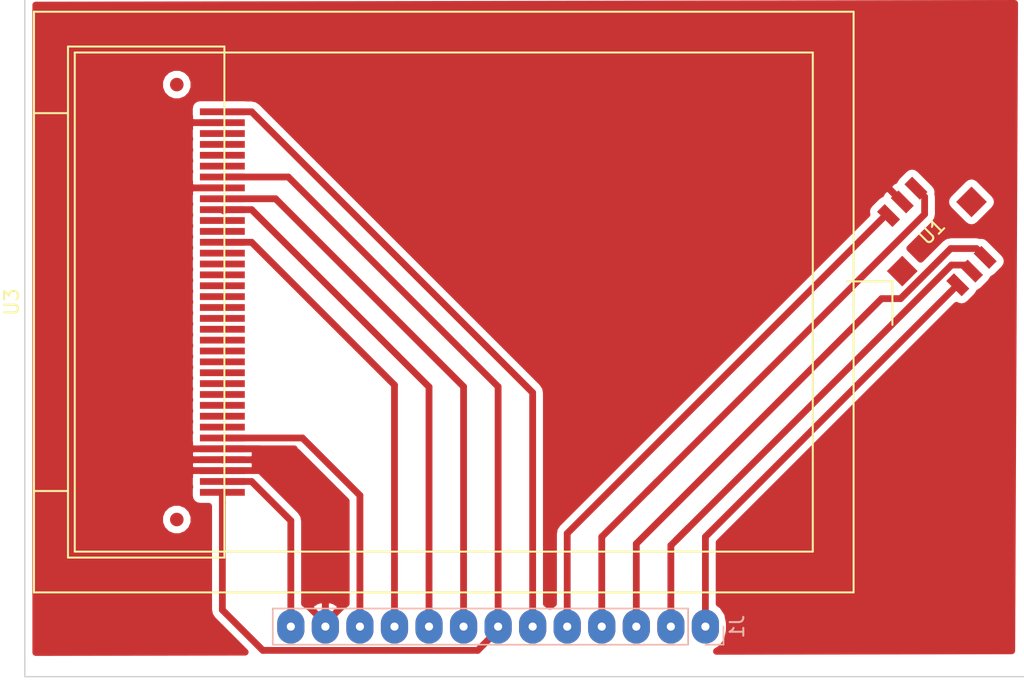
<source format=kicad_pcb>
(kicad_pcb (version 20170123) (host pcbnew "(2017-07-19 revision 242c47ffd)-makepkg")

  (general
    (thickness 1.6)
    (drawings 6)
    (tracks 75)
    (zones 0)
    (modules 3)
    (nets 33)
  )

  (page A4)
  (layers
    (0 F.Cu signal)
    (31 B.Cu signal)
    (32 B.Adhes user)
    (33 F.Adhes user)
    (34 B.Paste user)
    (35 F.Paste user)
    (36 B.SilkS user)
    (37 F.SilkS user)
    (38 B.Mask user)
    (39 F.Mask user)
    (40 Dwgs.User user)
    (41 Cmts.User user)
    (42 Eco1.User user)
    (43 Eco2.User user)
    (44 Edge.Cuts user hide)
    (45 Margin user)
    (46 B.CrtYd user)
    (47 F.CrtYd user)
    (48 B.Fab user)
    (49 F.Fab user)
  )

  (setup
    (last_trace_width 0.5)
    (user_trace_width 0.3)
    (user_trace_width 0.4)
    (user_trace_width 0.5)
    (user_trace_width 1)
    (trace_clearance 0.2)
    (zone_clearance 0.508)
    (zone_45_only no)
    (trace_min 0.2)
    (segment_width 0.2)
    (edge_width 0.1)
    (via_size 0.8)
    (via_drill 0.4)
    (via_min_size 0.4)
    (via_min_drill 0.3)
    (uvia_size 0.3)
    (uvia_drill 0.1)
    (uvias_allowed no)
    (uvia_min_size 0.2)
    (uvia_min_drill 0.1)
    (pcb_text_width 0.3)
    (pcb_text_size 1.5 1.5)
    (mod_edge_width 0.15)
    (mod_text_size 1 1)
    (mod_text_width 0.15)
    (pad_size 2.5 2)
    (pad_drill 0.6)
    (pad_to_mask_clearance 0)
    (aux_axis_origin 0 0)
    (visible_elements 7FFFFFFF)
    (pcbplotparams
      (layerselection 0x00000_7fffffff)
      (usegerberextensions false)
      (excludeedgelayer false)
      (linewidth 0.100000)
      (plotframeref false)
      (viasonmask false)
      (mode 1)
      (useauxorigin false)
      (hpglpennumber 1)
      (hpglpenspeed 20)
      (hpglpendiameter 15)
      (psnegative false)
      (psa4output false)
      (plotreference false)
      (plotvalue false)
      (plotinvisibletext false)
      (padsonsilk false)
      (subtractmaskfromsilk false)
      (outputformat 4)
      (mirror false)
      (drillshape 2)
      (scaleselection 1)
      (outputdirectory ../../../kicad/pdf/))
  )

  (net 0 "")
  (net 1 +3V3)
  (net 2 /RESET)
  (net 3 GND)
  (net 4 /TE)
  (net 5 "Net-(U3-Pad7)")
  (net 6 "Net-(U3-Pad8)")
  (net 7 "Net-(U3-Pad9)")
  (net 8 "Net-(U3-Pad10)")
  (net 9 "Net-(U3-Pad11)")
  (net 10 "Net-(U3-Pad12)")
  (net 11 "Net-(U3-Pad13)")
  (net 12 "Net-(U3-Pad14)")
  (net 13 "Net-(U3-Pad15)")
  (net 14 "Net-(U3-Pad16)")
  (net 15 "Net-(U3-Pad17)")
  (net 16 "Net-(U3-Pad18)")
  (net 17 "Net-(U3-Pad19)")
  (net 18 "Net-(U3-Pad20)")
  (net 19 "Net-(U3-Pad21)")
  (net 20 "Net-(U3-Pad22)")
  (net 21 "Net-(U3-Pad23)")
  (net 22 /SDA)
  (net 23 "Net-(U3-Pad25)")
  (net 24 "Net-(U3-Pad26)")
  (net 25 /SCL)
  (net 26 /CS)
  (net 27 /LED)
  (net 28 "Net-(J1-Pad1)")
  (net 29 "Net-(J1-Pad2)")
  (net 30 "Net-(J1-Pad3)")
  (net 31 "Net-(J1-Pad4)")
  (net 32 "Net-(J1-Pad5)")

  (net_class Default "This is the default net class."
    (clearance 0.2)
    (trace_width 0.25)
    (via_dia 0.8)
    (via_drill 0.4)
    (uvia_dia 0.3)
    (uvia_drill 0.1)
    (add_net +3V3)
    (add_net /CS)
    (add_net /LED)
    (add_net /RESET)
    (add_net /SCL)
    (add_net /SDA)
    (add_net /TE)
    (add_net GND)
    (add_net "Net-(J1-Pad1)")
    (add_net "Net-(J1-Pad2)")
    (add_net "Net-(J1-Pad3)")
    (add_net "Net-(J1-Pad4)")
    (add_net "Net-(J1-Pad5)")
    (add_net "Net-(U3-Pad10)")
    (add_net "Net-(U3-Pad11)")
    (add_net "Net-(U3-Pad12)")
    (add_net "Net-(U3-Pad13)")
    (add_net "Net-(U3-Pad14)")
    (add_net "Net-(U3-Pad15)")
    (add_net "Net-(U3-Pad16)")
    (add_net "Net-(U3-Pad17)")
    (add_net "Net-(U3-Pad18)")
    (add_net "Net-(U3-Pad19)")
    (add_net "Net-(U3-Pad20)")
    (add_net "Net-(U3-Pad21)")
    (add_net "Net-(U3-Pad22)")
    (add_net "Net-(U3-Pad23)")
    (add_net "Net-(U3-Pad25)")
    (add_net "Net-(U3-Pad26)")
    (add_net "Net-(U3-Pad7)")
    (add_net "Net-(U3-Pad8)")
    (add_net "Net-(U3-Pad9)")
  )

  (module Pin_Headers:Pin_Header_Straight_1x13_Pitch2.54mm (layer B.Cu) (tedit 59650532) (tstamp 597454D8)
    (at 192.278 110.617 90)
    (descr "Through hole straight pin header, 1x13, 2.54mm pitch, single row")
    (tags "Through hole pin header THT 1x13 2.54mm single row")
    (path /5973E477)
    (fp_text reference J1 (at 0 2.33 90) (layer B.SilkS)
      (effects (font (size 1 1) (thickness 0.15)) (justify mirror))
    )
    (fp_text value CONN_01X13 (at 0 -32.81 90) (layer B.Fab)
      (effects (font (size 1 1) (thickness 0.15)) (justify mirror))
    )
    (fp_text user %R (at 0 -15.24) (layer B.Fab)
      (effects (font (size 1 1) (thickness 0.15)) (justify mirror))
    )
    (fp_line (start 1.8 1.8) (end -1.8 1.8) (layer B.CrtYd) (width 0.05))
    (fp_line (start 1.8 -32.25) (end 1.8 1.8) (layer B.CrtYd) (width 0.05))
    (fp_line (start -1.8 -32.25) (end 1.8 -32.25) (layer B.CrtYd) (width 0.05))
    (fp_line (start -1.8 1.8) (end -1.8 -32.25) (layer B.CrtYd) (width 0.05))
    (fp_line (start -1.33 1.33) (end 0 1.33) (layer B.SilkS) (width 0.12))
    (fp_line (start -1.33 0) (end -1.33 1.33) (layer B.SilkS) (width 0.12))
    (fp_line (start -1.33 -1.27) (end 1.33 -1.27) (layer B.SilkS) (width 0.12))
    (fp_line (start 1.33 -1.27) (end 1.33 -31.81) (layer B.SilkS) (width 0.12))
    (fp_line (start -1.33 -1.27) (end -1.33 -31.81) (layer B.SilkS) (width 0.12))
    (fp_line (start -1.33 -31.81) (end 1.33 -31.81) (layer B.SilkS) (width 0.12))
    (fp_line (start -1.27 0.635) (end -0.635 1.27) (layer B.Fab) (width 0.1))
    (fp_line (start -1.27 -31.75) (end -1.27 0.635) (layer B.Fab) (width 0.1))
    (fp_line (start 1.27 -31.75) (end -1.27 -31.75) (layer B.Fab) (width 0.1))
    (fp_line (start 1.27 1.27) (end 1.27 -31.75) (layer B.Fab) (width 0.1))
    (fp_line (start -0.635 1.27) (end 1.27 1.27) (layer B.Fab) (width 0.1))
    (pad 13 thru_hole oval (at 0 -30.48 90) (size 2.5 2) (drill 0.6) (layers *.Cu *.Mask)
      (net 2 /RESET))
    (pad 12 thru_hole oval (at 0 -27.94 90) (size 2.5 2) (drill 0.6) (layers *.Cu *.Mask)
      (net 3 GND))
    (pad 11 thru_hole oval (at 0 -25.4 90) (size 2.5 2) (drill 0.6) (layers *.Cu *.Mask)
      (net 4 /TE))
    (pad 10 thru_hole oval (at 0 -22.86 90) (size 2.5 2) (drill 0.6) (layers *.Cu *.Mask)
      (net 22 /SDA))
    (pad 9 thru_hole oval (at 0 -20.32 90) (size 2.5 2) (drill 0.6) (layers *.Cu *.Mask)
      (net 25 /SCL))
    (pad 8 thru_hole oval (at 0 -17.78 90) (size 2.5 2) (drill 0.6) (layers *.Cu *.Mask)
      (net 26 /CS))
    (pad 7 thru_hole oval (at 0 -15.24 90) (size 2.5 2) (drill 0.6) (layers *.Cu *.Mask)
      (net 1 +3V3))
    (pad 6 thru_hole oval (at 0 -12.7 90) (size 2.5 2) (drill 0.6) (layers *.Cu *.Mask)
      (net 27 /LED))
    (pad 5 thru_hole oval (at 0 -10.16 90) (size 2.5 2) (drill 0.6) (layers *.Cu *.Mask)
      (net 32 "Net-(J1-Pad5)"))
    (pad 4 thru_hole oval (at 0 -7.62 90) (size 2.5 2) (drill 0.6) (layers *.Cu *.Mask)
      (net 31 "Net-(J1-Pad4)"))
    (pad 3 thru_hole oval (at 0 -5.08 90) (size 2.5 2) (drill 0.6) (layers *.Cu *.Mask)
      (net 30 "Net-(J1-Pad3)"))
    (pad 2 thru_hole oval (at 0 -2.54 90) (size 2.5 2) (drill 0.6) (layers *.Cu *.Mask)
      (net 29 "Net-(J1-Pad2)"))
    (pad 1 thru_hole oval (at 0 0 90) (size 2.5 2) (drill 0.6) (layers *.Cu *.Mask)
      (net 28 "Net-(J1-Pad1)"))
    (model ${KISYS3DMOD}/Pin_Headers.3dshapes/Pin_Header_Straight_1x13_Pitch2.54mm.wrl
      (at (xyz 0 0 0))
      (scale (xyz 1 1 1))
      (rotate (xyz 0 0 0))
    )
  )

  (module knielsenlib:ET024002DMU (layer F.Cu) (tedit 593C55D5) (tstamp 59740926)
    (at 156.764138 86.740233 270)
    (descr "240x320 display module")
    (tags display)
    (path /596E3337)
    (fp_text reference U3 (at 0 15.5 270) (layer F.SilkS)
      (effects (font (size 1 1) (thickness 0.15)))
    )
    (fp_text value ET024002DMU (at 0 -47.5 270) (layer F.Fab)
      (effects (font (size 1 1) (thickness 0.15)))
    )
    (fp_line (start -18.8 -0.15) (end 18.8 -0.15) (layer F.SilkS) (width 0.15))
    (fp_line (start 18.8 -0.15) (end 18.8 11.35) (layer F.SilkS) (width 0.15))
    (fp_line (start 21.36 13.85) (end -21.36 13.85) (layer F.SilkS) (width 0.15))
    (fp_line (start -18.8 -0.15) (end -18.8 11.35) (layer F.SilkS) (width 0.15))
    (fp_line (start -18.8 11.35) (end 18.8 11.35) (layer F.SilkS) (width 0.15))
    (fp_line (start -21.36 -46.41) (end 21.36 -46.41) (layer F.SilkS) (width 0.15))
    (fp_line (start 21.36 -46.41) (end 21.36 13.85) (layer F.SilkS) (width 0.15))
    (fp_line (start -21.36 13.85) (end -21.36 -46.41) (layer F.SilkS) (width 0.15))
    (fp_line (start -13.9 11.35) (end -13.9 13.85) (layer F.SilkS) (width 0.15))
    (fp_line (start 13.9 11.35) (end 13.9 13.85) (layer F.SilkS) (width 0.15))
    (fp_line (start -18.36 -43.41) (end 18.36 -43.41) (layer F.SilkS) (width 0.15))
    (fp_line (start 18.36 -43.41) (end 18.36 10.85) (layer F.SilkS) (width 0.15))
    (fp_line (start 18.36 10.85) (end -18.36 10.85) (layer F.SilkS) (width 0.15))
    (fp_line (start -18.36 10.85) (end -18.36 -43.41) (layer F.SilkS) (width 0.15))
    (pad "" smd circle (at 16 3.35 270) (size 1 1) (layers F.Cu F.Paste F.Mask))
    (pad "" smd circle (at -16 3.35 270) (size 1 1) (layers F.Cu F.Paste F.Mask))
    (pad 36 smd rect (at -14 0 90) (size 0.5 3.3) (layers F.Cu F.Paste F.Mask)
      (net 27 /LED))
    (pad 35 smd rect (at -13.2 0 90) (size 0.5 3.3) (layers F.Cu F.Paste F.Mask)
      (net 3 GND))
    (pad 34 smd rect (at -12.4 0 90) (size 0.5 3.3) (layers F.Cu F.Paste F.Mask))
    (pad 33 smd rect (at -11.6 0 90) (size 0.5 3.3) (layers F.Cu F.Paste F.Mask))
    (pad 32 smd rect (at -10.8 0 90) (size 0.5 3.3) (layers F.Cu F.Paste F.Mask))
    (pad 31 smd rect (at -10 0 90) (size 0.5 3.3) (layers F.Cu F.Paste F.Mask))
    (pad 30 smd rect (at -9.2 0 90) (size 0.5 3.3) (layers F.Cu F.Paste F.Mask)
      (net 1 +3V3))
    (pad 29 smd rect (at -8.4 0 90) (size 0.5 3.3) (layers F.Cu F.Paste F.Mask)
      (net 3 GND))
    (pad 28 smd rect (at -7.6 0 90) (size 0.5 3.3) (layers F.Cu F.Paste F.Mask)
      (net 26 /CS))
    (pad 27 smd rect (at -6.8 0 90) (size 0.5 3.3) (layers F.Cu F.Paste F.Mask)
      (net 25 /SCL))
    (pad 26 smd rect (at -6 0 90) (size 0.5 3.3) (layers F.Cu F.Paste F.Mask)
      (net 24 "Net-(U3-Pad26)"))
    (pad 25 smd rect (at -5.2 0 90) (size 0.5 3.3) (layers F.Cu F.Paste F.Mask)
      (net 23 "Net-(U3-Pad25)"))
    (pad 24 smd rect (at -4.4 0 90) (size 0.5 3.3) (layers F.Cu F.Paste F.Mask)
      (net 22 /SDA))
    (pad 23 smd rect (at -3.6 0 90) (size 0.5 3.3) (layers F.Cu F.Paste F.Mask)
      (net 21 "Net-(U3-Pad23)"))
    (pad 22 smd rect (at -2.8 0 90) (size 0.5 3.3) (layers F.Cu F.Paste F.Mask)
      (net 20 "Net-(U3-Pad22)"))
    (pad 21 smd rect (at -2 0 90) (size 0.5 3.3) (layers F.Cu F.Paste F.Mask)
      (net 19 "Net-(U3-Pad21)"))
    (pad 20 smd rect (at -1.2 0 90) (size 0.5 3.3) (layers F.Cu F.Paste F.Mask)
      (net 18 "Net-(U3-Pad20)"))
    (pad 19 smd rect (at -0.4 0 90) (size 0.5 3.3) (layers F.Cu F.Paste F.Mask)
      (net 17 "Net-(U3-Pad19)"))
    (pad 18 smd rect (at 0.4 0 90) (size 0.5 3.3) (layers F.Cu F.Paste F.Mask)
      (net 16 "Net-(U3-Pad18)"))
    (pad 17 smd rect (at 1.2 0 90) (size 0.5 3.3) (layers F.Cu F.Paste F.Mask)
      (net 15 "Net-(U3-Pad17)"))
    (pad 16 smd rect (at 2 0 90) (size 0.5 3.3) (layers F.Cu F.Paste F.Mask)
      (net 14 "Net-(U3-Pad16)"))
    (pad 15 smd rect (at 2.8 0 90) (size 0.5 3.3) (layers F.Cu F.Paste F.Mask)
      (net 13 "Net-(U3-Pad15)"))
    (pad 14 smd rect (at 3.6 0 90) (size 0.5 3.3) (layers F.Cu F.Paste F.Mask)
      (net 12 "Net-(U3-Pad14)"))
    (pad 13 smd rect (at 4.4 0 90) (size 0.5 3.3) (layers F.Cu F.Paste F.Mask)
      (net 11 "Net-(U3-Pad13)"))
    (pad 12 smd rect (at 5.2 0 90) (size 0.5 3.3) (layers F.Cu F.Paste F.Mask)
      (net 10 "Net-(U3-Pad12)"))
    (pad 11 smd rect (at 6 0 90) (size 0.5 3.3) (layers F.Cu F.Paste F.Mask)
      (net 9 "Net-(U3-Pad11)"))
    (pad 10 smd rect (at 6.8 0 90) (size 0.5 3.3) (layers F.Cu F.Paste F.Mask)
      (net 8 "Net-(U3-Pad10)"))
    (pad 9 smd rect (at 7.6 0 90) (size 0.5 3.3) (layers F.Cu F.Paste F.Mask)
      (net 7 "Net-(U3-Pad9)"))
    (pad 8 smd rect (at 8.4 0 90) (size 0.5 3.3) (layers F.Cu F.Paste F.Mask)
      (net 6 "Net-(U3-Pad8)"))
    (pad 7 smd rect (at 9.2 0 90) (size 0.5 3.3) (layers F.Cu F.Paste F.Mask)
      (net 5 "Net-(U3-Pad7)"))
    (pad 6 smd rect (at 10 0 90) (size 0.5 3.3) (layers F.Cu F.Paste F.Mask)
      (net 4 /TE))
    (pad 5 smd rect (at 10.8 0 90) (size 0.5 3.3) (layers F.Cu F.Paste F.Mask)
      (net 3 GND))
    (pad 4 smd rect (at 11.6 0 90) (size 0.5 3.3) (layers F.Cu F.Paste F.Mask)
      (net 3 GND))
    (pad 3 smd rect (at 12.4 0 90) (size 0.5 3.3) (layers F.Cu F.Paste F.Mask)
      (net 3 GND))
    (pad 2 smd rect (at 13.2 0 90) (size 0.5 3.3) (layers F.Cu F.Paste F.Mask)
      (net 2 /RESET))
    (pad 1 smd rect (at 14 0 90) (size 0.5 3.3) (layers F.Cu F.Paste F.Mask)
      (net 1 +3V3))
  )

  (module paccerlib:5-way-button-smd (layer F.Cu) (tedit 59739F09) (tstamp 5973EC4A)
    (at 209.296 81.915 225)
    (path /5973DD7B)
    (fp_text reference U1 (at 0 0.5 225) (layer F.SilkS)
      (effects (font (size 1 1) (thickness 0.15)))
    )
    (fp_text value 5-way-button-smd (at 0 -0.5 225) (layer F.Fab)
      (effects (font (size 1 1) (thickness 0.15)))
    )
    (fp_line (start 4.6482 -0.0254) (end 6.9088 -2.286) (layer F.SilkS) (width 0.15))
    (fp_line (start 7.0104 2.336801) (end 4.6482 -0.0254) (layer F.SilkS) (width 0.15))
    (pad 7 smd rect (at 3.599999 0 225) (size 1.6 1.6) (layers F.Cu F.Paste F.Mask))
    (pad 7 smd rect (at -3.599999 0 225) (size 1.6 1.6) (layers F.Cu F.Paste F.Mask))
    (pad 6 smd rect (at 1.425 3.6 225) (size 0.8 1.6) (layers F.Cu F.Paste F.Mask)
      (net 32 "Net-(J1-Pad5)"))
    (pad 5 smd rect (at 0 3.599999 225) (size 0.8 1.6) (layers F.Cu F.Paste F.Mask)
      (net 3 GND))
    (pad 4 smd rect (at -1.425 3.6 225) (size 0.8 1.6) (layers F.Cu F.Paste F.Mask)
      (net 31 "Net-(J1-Pad4)"))
    (pad 3 smd rect (at -1.425 -3.6 225) (size 0.8 1.6) (layers F.Cu F.Paste F.Mask)
      (net 30 "Net-(J1-Pad3)"))
    (pad 2 smd rect (at 0 -3.599999 225) (size 0.8 1.6) (layers F.Cu F.Paste F.Mask)
      (net 29 "Net-(J1-Pad2)"))
    (pad 1 smd rect (at 1.425 -3.6 225) (size 0.8 1.6) (layers F.Cu F.Paste F.Mask)
      (net 28 "Net-(J1-Pad1)"))
  )

  (gr_line (start 228.6 55.88) (end 228.6 55.88) (layer Edge.Cuts) (width 0.1) (tstamp 59750BF8))
  (gr_line (start 228.6 55.88) (end 228.6 55.88) (layer Edge.Cuts) (width 0.1) (tstamp 59750BF6))
  (gr_line (start 142.24 63.5) (end 215.9 63.5) (layer Edge.Cuts) (width 0.1))
  (gr_line (start 142.24 114.3) (end 142.24 63.5) (layer Edge.Cuts) (width 0.1))
  (gr_line (start 215.9 114.3) (end 142.24 114.3) (layer Edge.Cuts) (width 0.1))
  (gr_line (start 215.9 63.5) (end 215.9 114.3) (layer Edge.Cuts) (width 0.1))

  (segment (start 177.038 111.506) (end 177.038 92.964) (width 0.5) (layer F.Cu) (net 1))
  (segment (start 177.038 110.617) (end 177.038 110.867) (width 0.5) (layer F.Cu) (net 1))
  (segment (start 177.038 110.867) (end 175.538 112.367) (width 0.5) (layer F.Cu) (net 1))
  (segment (start 175.538 112.367) (end 159.738 112.367) (width 0.5) (layer F.Cu) (net 1))
  (segment (start 159.738 112.367) (end 156.764138 109.393138) (width 0.5) (layer F.Cu) (net 1))
  (segment (start 156.764138 109.393138) (end 156.764138 101.490233) (width 0.5) (layer F.Cu) (net 1))
  (segment (start 156.764138 101.490233) (end 156.764138 100.740233) (width 0.5) (layer F.Cu) (net 1))
  (segment (start 177.038 92.964) (end 161.614233 77.540233) (width 0.5) (layer F.Cu) (net 1))
  (segment (start 161.614233 77.540233) (end 156.764138 77.540233) (width 0.5) (layer F.Cu) (net 1))
  (segment (start 156.764138 99.940233) (end 158.914138 99.940233) (width 0.5) (layer F.Cu) (net 2))
  (segment (start 158.914138 99.940233) (end 161.798 102.824095) (width 0.5) (layer F.Cu) (net 2))
  (segment (start 161.798 102.824095) (end 161.798 110.303919) (width 0.5) (layer F.Cu) (net 2))
  (segment (start 161.798 109.414919) (end 161.798 110.617) (width 0.5) (layer F.Cu) (net 2))
  (segment (start 206.750416 79.369416) (end 205.359 77.978) (width 0.5) (layer F.Cu) (net 3))
  (segment (start 164.338 110.617) (end 164.338 110.367) (width 0.5) (layer F.Cu) (net 3))
  (segment (start 164.338 110.367) (end 162.814 108.843) (width 0.5) (layer F.Cu) (net 3))
  (segment (start 164.338 110.363) (end 165.862 108.839) (width 0.5) (layer F.Cu) (net 3))
  (segment (start 164.338 110.617) (end 164.338 110.363) (width 0.5) (layer F.Cu) (net 3))
  (segment (start 156.764138 97.540233) (end 162.056233 97.540233) (width 0.5) (layer F.Cu) (net 3))
  (segment (start 156.764138 78.340233) (end 154.196767 78.340233) (width 0.5) (layer F.Cu) (net 3))
  (segment (start 156.764138 97.540233) (end 159.516233 97.540233) (width 0.5) (layer F.Cu) (net 3))
  (segment (start 156.764138 73.540233) (end 153.804233 73.540233) (width 0.5) (layer F.Cu) (net 3))
  (segment (start 156.764138 97.540233) (end 153.547233 97.540233) (width 0.5) (layer F.Cu) (net 3))
  (segment (start 156.764138 98.340233) (end 153.881767 98.340233) (width 0.5) (layer F.Cu) (net 3))
  (segment (start 156.764138 99.140233) (end 153.970767 99.140233) (width 0.5) (layer F.Cu) (net 3))
  (segment (start 159.338233 99.140233) (end 156.764138 99.140233) (width 0.5) (layer F.Cu) (net 3))
  (segment (start 158.914138 98.340233) (end 156.764138 98.340233) (width 0.5) (layer F.Cu) (net 3))
  (segment (start 156.764138 96.740233) (end 162.653233 96.740233) (width 0.5) (layer F.Cu) (net 4))
  (segment (start 162.653233 96.740233) (end 166.878 100.965) (width 0.5) (layer F.Cu) (net 4))
  (segment (start 166.878 100.965) (end 166.878 110.303919) (width 0.5) (layer F.Cu) (net 4))
  (segment (start 166.878 109.414919) (end 166.878 110.617) (width 0.5) (layer F.Cu) (net 4))
  (segment (start 156.764138 82.340233) (end 158.914138 82.340233) (width 0.5) (layer F.Cu) (net 22))
  (segment (start 158.914138 82.340233) (end 169.418 92.844095) (width 0.5) (layer F.Cu) (net 22))
  (segment (start 169.418 92.844095) (end 169.418 110.303919) (width 0.5) (layer F.Cu) (net 22))
  (segment (start 169.418 109.414919) (end 169.418 110.617) (width 0.5) (layer F.Cu) (net 22))
  (segment (start 156.764138 79.940233) (end 158.914138 79.940233) (width 0.5) (layer F.Cu) (net 25))
  (segment (start 158.914138 79.940233) (end 171.958 92.984095) (width 0.5) (layer F.Cu) (net 25))
  (segment (start 171.958 92.984095) (end 171.958 110.303919) (width 0.5) (layer F.Cu) (net 25))
  (segment (start 171.958 109.414919) (end 171.958 110.617) (width 0.5) (layer F.Cu) (net 25))
  (segment (start 156.864137 80.040232) (end 156.764138 79.940233) (width 0.5) (layer F.Cu) (net 25))
  (segment (start 156.764138 79.140233) (end 160.674233 79.140233) (width 0.5) (layer F.Cu) (net 26))
  (segment (start 160.674233 79.140233) (end 174.498 92.964) (width 0.5) (layer F.Cu) (net 26))
  (segment (start 174.498 92.964) (end 174.498 110.303919) (width 0.5) (layer F.Cu) (net 26))
  (segment (start 174.498 109.414919) (end 174.498 110.617) (width 0.5) (layer F.Cu) (net 26))
  (segment (start 156.764138 72.740233) (end 158.914138 72.740233) (width 0.5) (layer F.Cu) (net 27))
  (segment (start 158.914138 72.740233) (end 179.578 93.404095) (width 0.5) (layer F.Cu) (net 27))
  (segment (start 179.578 93.404095) (end 179.578 110.303919) (width 0.5) (layer F.Cu) (net 27))
  (segment (start 179.578 109.414919) (end 179.578 110.617) (width 0.5) (layer F.Cu) (net 27))
  (segment (start 192.278 111.506) (end 192.278 104.013) (width 0.5) (layer F.Cu) (net 28))
  (segment (start 192.278 104.013) (end 210.822788 85.468212) (width 0.5) (layer F.Cu) (net 28))
  (segment (start 210.822788 85.468212) (end 210.833957 85.468212) (width 0.5) (layer F.Cu) (net 28))
  (segment (start 192.278 110.617) (end 192.532 110.617) (width 0.5) (layer F.Cu) (net 28))
  (segment (start 190.119 104.267) (end 191.008 103.378) (width 0.5) (layer F.Cu) (net 29))
  (segment (start 191.008 103.378) (end 210.369 84.017) (width 0.5) (layer F.Cu) (net 29))
  (segment (start 189.738 111.506) (end 189.738 104.648) (width 0.5) (layer F.Cu) (net 29))
  (segment (start 189.738 104.648) (end 191.008 103.378) (width 0.5) (layer F.Cu) (net 29))
  (segment (start 210.369 84.017) (end 211.398 84.017) (width 0.5) (layer F.Cu) (net 29))
  (segment (start 211.398 84.017) (end 211.841584 84.460584) (width 0.5) (layer F.Cu) (net 29))
  (segment (start 187.198 111.506) (end 187.198 104.521) (width 0.5) (layer F.Cu) (net 30))
  (segment (start 187.198 104.521) (end 205.232 86.487) (width 0.5) (layer F.Cu) (net 30))
  (segment (start 205.232 86.487) (end 206.629 86.487) (width 0.5) (layer F.Cu) (net 30))
  (segment (start 206.629 86.487) (end 210.312 82.804) (width 0.5) (layer F.Cu) (net 30))
  (segment (start 210.312 82.804) (end 212.200255 82.804) (width 0.5) (layer F.Cu) (net 30))
  (segment (start 212.200255 82.804) (end 212.849212 83.452957) (width 0.5) (layer F.Cu) (net 30))
  (segment (start 208.394438 80.276562) (end 188.722 99.949) (width 0.5) (layer F.Cu) (net 31))
  (segment (start 184.658 111.506) (end 184.658 104.013) (width 0.5) (layer F.Cu) (net 31))
  (segment (start 188.722 99.949) (end 187.96 100.711) (width 0.5) (layer F.Cu) (net 31))
  (segment (start 184.658 104.013) (end 188.722 99.949) (width 0.5) (layer F.Cu) (net 31))
  (segment (start 207.758043 78.361788) (end 208.394438 78.998183) (width 0.5) (layer F.Cu) (net 31))
  (segment (start 208.394438 78.998183) (end 208.394438 80.276562) (width 0.5) (layer F.Cu) (net 31))
  (segment (start 184.658 109.474) (end 184.658 110.617) (width 0.5) (layer F.Cu) (net 31))
  (segment (start 205.742788 80.377043) (end 205.499957 80.377043) (width 0.5) (layer F.Cu) (net 32))
  (segment (start 205.499957 80.377043) (end 182.118 103.759) (width 0.5) (layer F.Cu) (net 32))
  (segment (start 182.118 103.759) (end 182.118 111.506) (width 0.5) (layer F.Cu) (net 32))
  (segment (start 182.118 109.347) (end 182.118 110.617) (width 0.5) (layer F.Cu) (net 32))

  (zone (net 3) (net_name GND) (layer F.Cu) (tstamp 0) (hatch edge 0.508)
    (connect_pads (clearance 0.508))
    (min_thickness 0.5)
    (fill yes (arc_segments 16) (thermal_gap 0.508) (thermal_bridge_width 0.508))
    (polygon
      (pts
        (xy 142.075353 64.643) (xy 215.265 64.516) (xy 215.048647 112.649) (xy 141.859 112.776)
      )
    )
    (filled_polygon
      (pts
        (xy 214.799767 112.399431) (xy 193.090567 112.437101) (xy 193.521094 112.149433) (xy 193.90218 111.579096) (xy 194.036 110.906339)
        (xy 194.036 110.327661) (xy 193.90218 109.654904) (xy 193.521094 109.084567) (xy 193.286 108.927483) (xy 193.286 104.430528)
        (xy 210.739951 86.976576) (xy 210.821043 87.03076) (xy 211.1168 87.08959) (xy 211.412557 87.03076) (xy 211.663287 86.863227)
        (xy 212.228972 86.297542) (xy 212.396505 86.046812) (xy 212.400434 86.027061) (xy 212.420184 86.023132) (xy 212.670914 85.855599)
        (xy 213.236599 85.289914) (xy 213.404132 85.039184) (xy 213.408061 85.019434) (xy 213.427812 85.015505) (xy 213.678542 84.847972)
        (xy 214.244227 84.282287) (xy 214.41176 84.031557) (xy 214.47059 83.7358) (xy 214.41176 83.440043) (xy 214.244227 83.189313)
        (xy 213.112856 82.057942) (xy 212.862126 81.890409) (xy 212.566369 81.831579) (xy 212.472748 81.850202) (xy 212.200255 81.795999)
        (xy 212.20025 81.796) (xy 210.312005 81.796) (xy 210.312 81.795999) (xy 209.926255 81.872729) (xy 209.599236 82.091236)
        (xy 209.599234 82.091239) (xy 208.102325 83.588148) (xy 207.305352 82.791175) (xy 209.107199 80.989328) (xy 209.107202 80.989326)
        (xy 209.325709 80.662307) (xy 209.327561 80.652997) (xy 209.402439 80.276562) (xy 209.402438 80.276557) (xy 209.402438 79.369416)
        (xy 209.937363 79.369416) (xy 209.996193 79.665173) (xy 210.163726 79.915903) (xy 211.295097 81.047274) (xy 211.545827 81.214807)
        (xy 211.841584 81.273637) (xy 212.137341 81.214807) (xy 212.388071 81.047274) (xy 213.519442 79.915903) (xy 213.686975 79.665173)
        (xy 213.745805 79.369416) (xy 213.686975 79.073659) (xy 213.519442 78.822929) (xy 212.388071 77.691558) (xy 212.137341 77.524025)
        (xy 211.841584 77.465195) (xy 211.545827 77.524025) (xy 211.295097 77.691558) (xy 210.163726 78.822929) (xy 209.996193 79.073659)
        (xy 209.937363 79.369416) (xy 209.402438 79.369416) (xy 209.402438 78.998183) (xy 209.355767 78.763549) (xy 209.379421 78.644631)
        (xy 209.320591 78.348874) (xy 209.153058 78.098144) (xy 208.021687 76.966773) (xy 207.770957 76.79924) (xy 207.4752 76.74041)
        (xy 207.179443 76.79924) (xy 206.928713 76.966773) (xy 206.363028 77.532458) (xy 206.195495 77.783188) (xy 206.189004 77.815822)
        (xy 206.038201 77.878286) (xy 205.785569 78.130918) (xy 205.785569 78.398912) (xy 206.750416 79.363759) (xy 206.764558 79.349617)
        (xy 206.770215 79.355274) (xy 206.756073 79.369416) (xy 206.770215 79.383558) (xy 206.764558 79.389215) (xy 206.750416 79.375073)
        (xy 206.736274 79.389215) (xy 206.730617 79.383558) (xy 206.744759 79.369416) (xy 205.779912 78.404569) (xy 205.511918 78.404569)
        (xy 205.259286 78.657201) (xy 205.196822 78.808004) (xy 205.164188 78.814495) (xy 204.913458 78.982028) (xy 204.347773 79.547713)
        (xy 204.18024 79.798443) (xy 204.12141 80.0942) (xy 204.160542 80.290931) (xy 181.405236 103.046236) (xy 181.186729 103.373255)
        (xy 181.109999 103.759) (xy 181.11 103.759005) (xy 181.11 108.927483) (xy 180.874906 109.084567) (xy 180.848 109.124835)
        (xy 180.821094 109.084567) (xy 180.586 108.927483) (xy 180.586 93.4041) (xy 180.586001 93.404095) (xy 180.509271 93.01835)
        (xy 180.290764 92.691331) (xy 159.626902 72.027469) (xy 159.299883 71.808962) (xy 158.914138 71.732232) (xy 158.914133 71.732233)
        (xy 158.488794 71.732233) (xy 158.414138 71.717383) (xy 155.114138 71.717383) (xy 154.818381 71.776213) (xy 154.567651 71.943746)
        (xy 154.400118 72.194476) (xy 154.341288 72.490233) (xy 154.341288 72.990233) (xy 154.366159 73.115265) (xy 154.356138 73.139457)
        (xy 154.356138 73.346733) (xy 154.545638 73.536233) (xy 154.567326 73.536233) (xy 154.567651 73.53672) (xy 154.572909 73.540233)
        (xy 154.567651 73.543746) (xy 154.567326 73.544233) (xy 154.545638 73.544233) (xy 154.356138 73.733733) (xy 154.356138 73.941009)
        (xy 154.366159 73.965201) (xy 154.341288 74.090233) (xy 154.341288 74.590233) (xy 154.371125 74.740233) (xy 154.341288 74.890233)
        (xy 154.341288 75.390233) (xy 154.371125 75.540233) (xy 154.341288 75.690233) (xy 154.341288 76.190233) (xy 154.371125 76.340233)
        (xy 154.341288 76.490233) (xy 154.341288 76.990233) (xy 154.371125 77.140233) (xy 154.341288 77.290233) (xy 154.341288 77.790233)
        (xy 154.366159 77.915265) (xy 154.356138 77.939457) (xy 154.356138 78.146733) (xy 154.545638 78.336233) (xy 154.567326 78.336233)
        (xy 154.567651 78.33672) (xy 154.572909 78.340233) (xy 154.567651 78.343746) (xy 154.567326 78.344233) (xy 154.545638 78.344233)
        (xy 154.356138 78.533733) (xy 154.356138 78.741009) (xy 154.366159 78.765201) (xy 154.341288 78.890233) (xy 154.341288 79.390233)
        (xy 154.371125 79.540233) (xy 154.341288 79.690233) (xy 154.341288 80.190233) (xy 154.371125 80.340233) (xy 154.341288 80.490233)
        (xy 154.341288 80.990233) (xy 154.371125 81.140233) (xy 154.341288 81.290233) (xy 154.341288 81.790233) (xy 154.371125 81.940233)
        (xy 154.341288 82.090233) (xy 154.341288 82.590233) (xy 154.371125 82.740233) (xy 154.341288 82.890233) (xy 154.341288 83.390233)
        (xy 154.371125 83.540233) (xy 154.341288 83.690233) (xy 154.341288 84.190233) (xy 154.371125 84.340233) (xy 154.341288 84.490233)
        (xy 154.341288 84.990233) (xy 154.371125 85.140233) (xy 154.341288 85.290233) (xy 154.341288 85.790233) (xy 154.371125 85.940233)
        (xy 154.341288 86.090233) (xy 154.341288 86.590233) (xy 154.371125 86.740233) (xy 154.341288 86.890233) (xy 154.341288 87.390233)
        (xy 154.371125 87.540233) (xy 154.341288 87.690233) (xy 154.341288 88.190233) (xy 154.371125 88.340233) (xy 154.341288 88.490233)
        (xy 154.341288 88.990233) (xy 154.371125 89.140233) (xy 154.341288 89.290233) (xy 154.341288 89.790233) (xy 154.371125 89.940233)
        (xy 154.341288 90.090233) (xy 154.341288 90.590233) (xy 154.371125 90.740233) (xy 154.341288 90.890233) (xy 154.341288 91.390233)
        (xy 154.371125 91.540233) (xy 154.341288 91.690233) (xy 154.341288 92.190233) (xy 154.371125 92.340233) (xy 154.341288 92.490233)
        (xy 154.341288 92.990233) (xy 154.371125 93.140233) (xy 154.341288 93.290233) (xy 154.341288 93.790233) (xy 154.371125 93.940233)
        (xy 154.341288 94.090233) (xy 154.341288 94.590233) (xy 154.371125 94.740233) (xy 154.341288 94.890233) (xy 154.341288 95.390233)
        (xy 154.371125 95.540233) (xy 154.341288 95.690233) (xy 154.341288 96.190233) (xy 154.371125 96.340233) (xy 154.341288 96.490233)
        (xy 154.341288 96.990233) (xy 154.366159 97.115265) (xy 154.356138 97.139457) (xy 154.356138 97.346733) (xy 154.545638 97.536233)
        (xy 154.567326 97.536233) (xy 154.567651 97.53672) (xy 154.578895 97.544233) (xy 154.545638 97.544233) (xy 154.356138 97.733733)
        (xy 154.356138 98.146733) (xy 154.545638 98.336233) (xy 154.588164 98.336233) (xy 154.592164 98.340233) (xy 154.588164 98.344233)
        (xy 154.545638 98.344233) (xy 154.356138 98.533733) (xy 154.356138 98.946733) (xy 154.545638 99.136233) (xy 154.578895 99.136233)
        (xy 154.567651 99.143746) (xy 154.567326 99.144233) (xy 154.545638 99.144233) (xy 154.356138 99.333733) (xy 154.356138 99.541009)
        (xy 154.366159 99.565201) (xy 154.341288 99.690233) (xy 154.341288 100.190233) (xy 154.371125 100.340233) (xy 154.341288 100.490233)
        (xy 154.341288 100.990233) (xy 154.400118 101.28599) (xy 154.567651 101.53672) (xy 154.818381 101.704253) (xy 155.114138 101.763083)
        (xy 155.756138 101.763083) (xy 155.756138 109.393133) (xy 155.756137 109.393138) (xy 155.832867 109.778883) (xy 156.051374 110.105902)
        (xy 158.442695 112.497223) (xy 143.048 112.523936) (xy 143.048 102.989367) (xy 152.15592 102.989367) (xy 152.347035 103.451902)
        (xy 152.700608 103.806092) (xy 153.162808 103.998014) (xy 153.663272 103.998451) (xy 154.125807 103.807336) (xy 154.479997 103.453763)
        (xy 154.671919 102.991563) (xy 154.672356 102.491099) (xy 154.481241 102.028564) (xy 154.127668 101.674374) (xy 153.665468 101.482452)
        (xy 153.165004 101.482015) (xy 152.702469 101.67313) (xy 152.348279 102.026703) (xy 152.156357 102.488903) (xy 152.15592 102.989367)
        (xy 143.048 102.989367) (xy 143.048 70.989367) (xy 152.15592 70.989367) (xy 152.347035 71.451902) (xy 152.700608 71.806092)
        (xy 153.162808 71.998014) (xy 153.663272 71.998451) (xy 154.125807 71.807336) (xy 154.479997 71.453763) (xy 154.671919 70.991563)
        (xy 154.672356 70.491099) (xy 154.481241 70.028564) (xy 154.127668 69.674374) (xy 153.665468 69.482452) (xy 153.165004 69.482015)
        (xy 152.702469 69.67313) (xy 152.348279 70.026703) (xy 152.156357 70.488903) (xy 152.15592 70.989367) (xy 143.048 70.989367)
        (xy 143.048 64.891313) (xy 215.013872 64.766437)
      )
    )
    (filled_polygon
      (pts
        (xy 165.87 101.382527) (xy 165.87 108.927483) (xy 165.634906 109.084567) (xy 165.594427 109.145148) (xy 165.578265 109.121078)
        (xy 165.007062 108.741289) (xy 164.616962 108.631275) (xy 164.342 108.798505) (xy 164.342 110.613) (xy 164.362 110.613)
        (xy 164.362 110.621) (xy 164.342 110.621) (xy 164.342 110.641) (xy 164.334 110.641) (xy 164.334 110.621)
        (xy 164.314 110.621) (xy 164.314 110.613) (xy 164.334 110.613) (xy 164.334 108.798505) (xy 164.059038 108.631275)
        (xy 163.668938 108.741289) (xy 163.097735 109.121078) (xy 163.081573 109.145148) (xy 163.041094 109.084567) (xy 162.806 108.927483)
        (xy 162.806 102.8241) (xy 162.806001 102.824095) (xy 162.729271 102.43835) (xy 162.572013 102.202997) (xy 162.510764 102.111331)
        (xy 162.510761 102.111329) (xy 159.626902 99.227469) (xy 159.299883 99.008962) (xy 159.141428 98.977443) (xy 159.172138 98.946733)
        (xy 159.172138 98.533733) (xy 158.982638 98.344233) (xy 158.940112 98.344233) (xy 158.936112 98.340233) (xy 158.940112 98.336233)
        (xy 158.982638 98.336233) (xy 159.172138 98.146733) (xy 159.172138 97.748233) (xy 162.235705 97.748233)
      )
    )
    (filled_polygon
      (pts
        (xy 156.768138 98.364233) (xy 156.760138 98.364233) (xy 156.760138 98.316233) (xy 156.768138 98.316233)
      )
    )
  )
)

</source>
